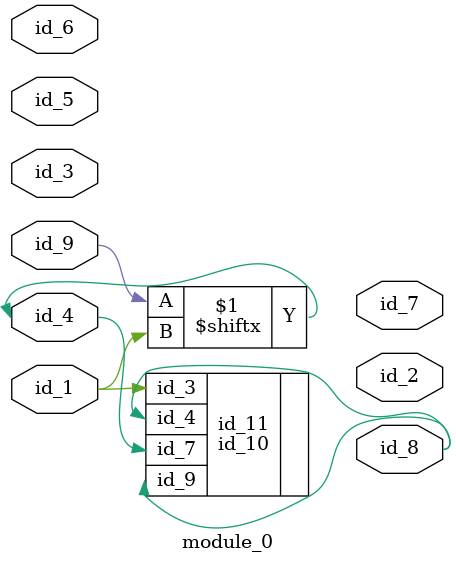
<source format=v>
module module_0 (
    id_1,
    id_2,
    id_3,
    id_4,
    id_5,
    id_6,
    id_7,
    id_8,
    id_9
);
  input id_9;
  output id_8;
  output id_7;
  input id_6;
  input id_5;
  input id_4;
  input id_3;
  output id_2;
  input id_1;
  id_10 id_11 (
      .id_9(id_8),
      .id_3(id_1),
      .id_7(id_4),
      .id_4(id_8)
  );
  assign id_4 = id_9[id_2[id_3] : id_1];
endmodule

</source>
